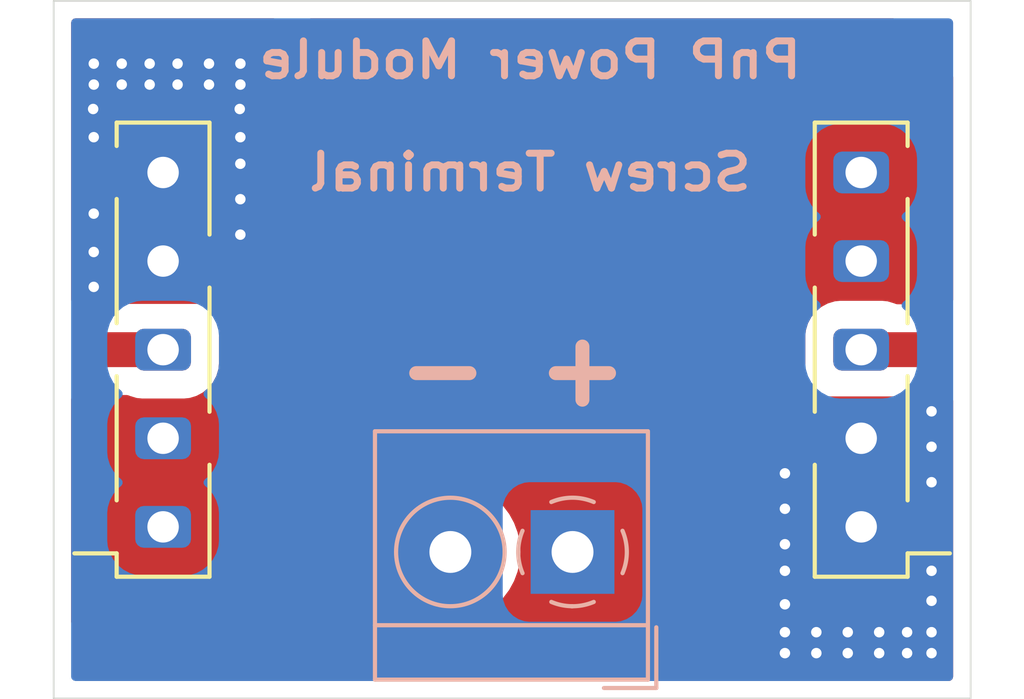
<source format=kicad_pcb>
(kicad_pcb (version 20240108) (generator "pcbnew") (generator_version "8.0")
  (title_block (title "PlugAndPlay Power Module - 3.5mm Terminal Connector") (date "2025-01-23") (rev "1") (company "A.B. Yazamut"))
  (layers (0 "F.Cu" signal) (31 "B.Cu" signal) (34 "B.Paste" user) (35 "F.Paste" user) (36 "B.SilkS" user "B.Silkscreen") (37 "F.SilkS" user "F.Silkscreen") (38 "B.Mask" user) (39 "F.Mask" user) (44 "Edge.Cuts" user))
  (net 0 "")
  (net 1 "GND")
  (net 2 "VDC")
  (footprint "Fiducial:Fiducial_1mm_Mask2mm" (layer "F.Cu") (at 154.31 87.5)
    (property "Reference" "REF**" (hide yes))
    (property "Value" "Fiducial_1mm_Mask2mm" (hide yes))
    (pad "" smd circle (at 0 0) (size 1 1) (layers "F.Cu" "F.Mask") (clearance 0.5))
  )
  (footprint "Library:PinSocket_1x05_P2.54mm_Vertical_SMD_Pin1Right" (layer "F.Cu") (at 132.685 96 180)
    (property "Reference" "J1")
    (property "Value" "Conn_01x05")
    (fp_line (start 1.33 5.84) (end 1.33 6.51) (stroke (width 0.12)) (layer "F.SilkS"))
    (fp_line (start 1.33 0.76) (end 1.33 4.32) (stroke (width 0.12)) (layer "F.SilkS"))
    (fp_line (start 1.33 -4.32) (end 1.33 -0.76) (stroke (width 0.12)) (layer "F.SilkS"))
    (fp_line (start 1.33 -5.84) (end 2.54 -5.84) (stroke (width 0.12)) (layer "F.SilkS"))
    (fp_line (start 1.33 -6.51) (end 1.33 -5.84) (stroke (width 0.12)) (layer "F.SilkS"))
    (fp_line (start -1.33 6.51) (end 1.33 6.51) (stroke (width 0.12)) (layer "F.SilkS"))
    (fp_line (start -1.33 3.3) (end -1.33 6.51) (stroke (width 0.12)) (layer "F.SilkS"))
    (fp_line (start -1.33 -1.78) (end -1.33 1.78) (stroke (width 0.12)) (layer "F.SilkS"))
    (fp_line (start -1.33 -6.51) (end 1.33 -6.51) (stroke (width 0.12)) (layer "F.SilkS"))
    (fp_line (start -1.33 -6.51) (end -1.33 -3.3) (stroke (width 0.12)) (layer "F.SilkS"))
    (pad "1" thru_hole roundrect (at 0 -5.08 180) (size 1.6 1.2) (drill 0.9) (layers "*.Cu" "*.Mask") (roundrect_rratio 0.2083333333) (net 2 "VDC"))
    (pad "1" smd rect (at 1.65 -5.08 180) (size 1.9 1) (layers "F.Cu" "F.Paste" "F.Mask") (net 2 "VDC"))
    (pad "2" smd rect (at -1.65 -2.54 180) (size 1.9 1) (layers "F.Cu" "F.Paste" "F.Mask") (net 2 "VDC"))
    (pad "2" thru_hole roundrect (at 0 -2.54 180) (size 1.6 1.2) (drill 0.9) (layers "*.Cu" "*.Mask") (roundrect_rratio 0.2083333333) (net 2 "VDC"))
    (pad "3" thru_hole roundrect (at 0 0 180) (size 1.6 1.2) (drill 0.9) (layers "*.Cu" "*.Mask") (roundrect_rratio 0.2083333333))
    (pad "3" smd rect (at 1.65 0 180) (size 1.9 1) (layers "F.Cu" "F.Paste" "F.Mask"))
    (pad "4" smd rect (at -1.65 2.54 180) (size 1.9 1) (layers "F.Cu" "F.Paste" "F.Mask") (net 1 "GND"))
    (pad "4" thru_hole roundrect (at 0 2.54 180) (size 1.6 1.2) (drill 0.9) (layers "*.Cu" "*.Mask") (roundrect_rratio 0.2083333333) (net 1 "GND"))
    (pad "5" thru_hole roundrect (at 0 5.08 180) (size 1.6 1.2) (drill 0.9) (layers "*.Cu" "*.Mask") (roundrect_rratio 0.2083333333) (net 1 "GND"))
    (pad "5" smd rect (at 1.65 5.08 180) (size 1.9 1) (layers "F.Cu" "F.Paste" "F.Mask") (net 1 "GND"))
  )
  (footprint "Fiducial:Fiducial_1mm_Mask2mm" (layer "F.Cu") (at 131.05 104.5)
    (property "Reference" "REF**" (hide yes))
    (property "Value" "Fiducial_1mm_Mask2mm" (hide yes))
    (pad "" smd circle (at 0 0) (size 1 1) (layers "F.Cu" "F.Mask") (clearance 0.5))
  )
  (footprint "Library:PinSocket_1x05_P2.54mm_Vertical_SMD_Pin1Left" (layer "F.Cu") (at 152.685 96 180)
    (property "Reference" "J2")
    (property "Value" "Conn_01x05")
    (fp_line (start 1.33 3.3) (end 1.33 6.51) (stroke (width 0.12)) (layer "F.SilkS"))
    (fp_line (start 1.33 -1.78) (end 1.33 1.78) (stroke (width 0.12)) (layer "F.SilkS"))
    (fp_line (start 1.33 -6.51) (end 1.33 -3.3) (stroke (width 0.12)) (layer "F.SilkS"))
    (fp_line (start -1.33 6.51) (end 1.33 6.51) (stroke (width 0.12)) (layer "F.SilkS"))
    (fp_line (start -1.33 5.84) (end -1.33 6.51) (stroke (width 0.12)) (layer "F.SilkS"))
    (fp_line (start -1.33 0.76) (end -1.33 4.32) (stroke (width 0.12)) (layer "F.SilkS"))
    (fp_line (start -1.33 -4.32) (end -1.33 -0.76) (stroke (width 0.12)) (layer "F.SilkS"))
    (fp_line (start -1.33 -6.51) (end 1.33 -6.51) (stroke (width 0.12)) (layer "F.SilkS"))
    (fp_line (start -1.33 -6.51) (end -1.33 -5.84) (stroke (width 0.12)) (layer "F.SilkS"))
    (fp_line (start -2.54 -5.84) (end -1.33 -5.84) (stroke (width 0.12)) (layer "F.SilkS"))
    (pad "1" smd rect (at -1.65 -5.08 180) (size 1.9 1) (layers "F.Cu" "F.Paste" "F.Mask") (net 1 "GND"))
    (pad "1" thru_hole roundrect (at 0 -5.08 180) (size 1.6 1.2) (drill 0.9) (layers "*.Cu" "*.Mask") (roundrect_rratio 0.2083333333) (net 1 "GND"))
    (pad "2" thru_hole roundrect (at 0 -2.54 180) (size 1.6 1.2) (drill 0.9) (layers "*.Cu" "*.Mask") (roundrect_rratio 0.2083333333) (net 1 "GND"))
    (pad "2" smd rect (at 1.65 -2.54 180) (size 1.9 1) (layers "F.Cu" "F.Paste" "F.Mask") (net 1 "GND"))
    (pad "3" smd rect (at -1.65 0 180) (size 1.9 1) (layers "F.Cu" "F.Paste" "F.Mask"))
    (pad "3" thru_hole roundrect (at 0 0 180) (size 1.6 1.2) (drill 0.9) (layers "*.Cu" "*.Mask") (roundrect_rratio 0.2083333333))
    (pad "4" thru_hole roundrect (at 0 2.54 180) (size 1.6 1.2) (drill 0.9) (layers "*.Cu" "*.Mask") (roundrect_rratio 0.2083333333) (net 2 "VDC"))
    (pad "4" smd rect (at 1.65 2.54 180) (size 1.9 1) (layers "F.Cu" "F.Paste" "F.Mask") (net 2 "VDC"))
    (pad "5" smd rect (at -1.65 5.08 180) (size 1.9 1) (layers "F.Cu" "F.Paste" "F.Mask") (net 2 "VDC"))
    (pad "5" thru_hole roundrect (at 0 5.08 180) (size 1.6 1.2) (drill 0.9) (layers "*.Cu" "*.Mask") (roundrect_rratio 0.2083333333) (net 2 "VDC"))
  )
  (footprint "TerminalBlock_4Ucon:TerminalBlock_4Ucon_1x02_P3.50mm_Horizontal" (layer "B.Cu") (at 144.415 101.8 180)
    (property "Reference" "J3" (hide yes))
    (property "Value" "Screw_Terminal" (hide yes))
    (fp_line (start 5.66 3.46) (end -2.16 3.46) (stroke (width 0.12)) (layer "B.SilkS"))
    (fp_line (start 5.66 -2.1) (end -2.16 -2.1) (stroke (width 0.12)) (layer "B.SilkS"))
    (fp_line (start 5.66 -3.66) (end 5.66 3.46) (stroke (width 0.12)) (layer "B.SilkS"))
    (fp_line (start 5.66 -3.66) (end -2.16 -3.66) (stroke (width 0.12)) (layer "B.SilkS"))
    (fp_line (start -0.9 -3.9) (end -2.4 -3.9) (stroke (width 0.12)) (layer "B.SilkS"))
    (fp_line (start -2.16 -3.66) (end -2.16 3.46) (stroke (width 0.12)) (layer "B.SilkS"))
    (fp_line (start -2.4 -3.9) (end -2.4 -2.16) (stroke (width 0.12)) (layer "B.SilkS"))
    (fp_arc (start 1.432 -0.608) (mid 1.555727 -0.00014) (end 1.432109 0.607742) (stroke (width 0.12)) (layer "B.SilkS"))
    (fp_arc (start 0.608 1.432) (mid 0.00014 1.555727) (end -0.607742 1.432109) (stroke (width 0.12)) (layer "B.SilkS"))
    (fp_arc (start 0 -1.555) (mid 0.310017 -1.523783) (end 0.607587 -1.431385) (stroke (width 0.12)) (layer "B.SilkS"))
    (fp_arc (start -0.608 -1.432) (mid -0.296984 -1.527118) (end 0.027011 -1.555493) (stroke (width 0.12)) (layer "B.SilkS"))
    (fp_arc (start -1.432 0.608) (mid -1.555727 0.00014) (end -1.432109 -0.607742) (stroke (width 0.12)) (layer "B.SilkS"))
    (fp_circle (center 3.5 0) (end 5.055 0) (stroke (width 0.12)) (fill none) (layer "B.SilkS"))
    (pad "1" thru_hole rect (at 0 0 180) (size 2.4 2.4) (drill 1.2) (layers "*.Cu" "*.Mask") (net 2 "VDC"))
    (pad "2" thru_hole circle (at 3.5 0 180) (size 2.4 2.4) (drill 1.2) (layers "*.Cu" "*.Mask") (net 1 "GND"))
  )
  (gr_rect (start 129.55 86) (end 155.82 106) (stroke (width 0.05)) (fill none) (layer "Edge.Cuts"))
  (gr_text "PnP Power Module\n\nScrew Terminal" (at 143.2 91.5 0) (layer "B.SilkS") (effects (font (size 1 1.1) (thickness 0.2) (bold yes)) (justify bottom mirror)))
  (gr_text "+ -" (at 146.2 97.7 0) (layer "B.SilkS") (effects (font (size 2 2) (thickness 0.4) (bold yes)) (justify left bottom mirror)))
  (segment (start 134.9 87.8) (end 131.5 87.8) (width 0.6) (layer "F.Cu") (net 1))
  (segment (start 134.881 89.996) (end 134.881 89.1) (width 0.6) (layer "F.Cu") (net 1))
  (segment (start 130.681 89.996) (end 130.681 89.1) (width 0.6) (layer "F.Cu") (net 1))
  (segment (start 152.3 104.7) (end 151.4 104.7) (width 0.6) (layer "F.Cu") (net 1))
  (segment (start 150.5 102.34) (end 150.5 98.833) (width 0.6) (layer "F.Cu") (net 1))
  (segment (start 150.5 103.3) (end 150.5 104.1) (width 0.6) (layer "F.Cu") (net 1))
  (segment (start 151.4 104.1) (end 150.5 104.1) (width 0.6) (layer "F.Cu") (net 1))
  (segment (start 154.7 104.1) (end 154 104.1) (width 0.6) (layer "F.Cu") (net 1))
  (segment (start 130.7 88.4) (end 134.9 88.4) (width 0.6) (layer "F.Cu") (net 1))
  (segment (start 154.7 104.7) (end 154 104.7) (width 0.6) (layer "F.Cu") (net 1))
  (segment (start 130.698 94.2) (end 130.698 89.908) (width 0.6) (layer "F.Cu") (net 1))
  (segment (start 150.5 104.7) (end 150.5 104.1) (width 0.6) (layer "F.Cu") (net 1))
  (segment (start 134.881 89.1) (end 134.881 87.819) (width 0.6) (layer "F.Cu") (net 1))
  (segment (start 154.7 104.1) (end 154.7 104.7) (width 0.6) (layer "F.Cu") (net 1))
  (segment (start 154.7 102.34) (end 154.7 103.2) (width 0.6) (layer "F.Cu") (net 1))
  (segment (start 154 104.7) (end 153.2 104.7) (width 0.6) (layer "F.Cu") (net 1))
  (segment (start 151.4 104.7) (end 150.5 104.7) (width 0.6) (layer "F.Cu") (net 1))
  (segment (start 130.681 89.1) (end 130.681 87.819) (width 0.6) (layer "F.Cu") (net 1))
  (segment (start 153.2 104.1) (end 152.3 104.1) (width 0.6) (layer "F.Cu") (net 1))
  (segment (start 154 104.1) (end 153.2 104.1) (width 0.6) (layer "F.Cu") (net 1))
  (segment (start 154.7 103.2) (end 154.7 104.1) (width 0.6) (layer "F.Cu") (net 1))
  (segment (start 134.898 89.908) (end 134.898 93.415) (width 0.6) (layer "F.Cu") (net 1))
  (segment (start 150.5 103.3) (end 150.5 102.34) (width 0.6) (layer "F.Cu") (net 1))
  (segment (start 134.881 87.819) (end 134.9 87.8) (width 0.6) (layer "F.Cu") (net 1))
  (segment (start 152.3 104.1) (end 151.4 104.1) (width 0.6) (layer "F.Cu") (net 1))
  (segment (start 153.2 104.7) (end 152.3 104.7) (width 0.6) (layer "F.Cu") (net 1))
  (segment (start 130.681 87.819) (end 130.7 87.8) (width 0.6) (layer "F.Cu") (net 1))
  (segment (start 154.7 97.768) (end 154.7 102.34) (width 0.6) (layer "F.Cu") (net 1))
  (segment (start 131.5 87.8) (end 130.7 87.8) (width 0.6) (layer "F.Cu") (net 1))
  (via (at 154.7 99.8) (size 0.5) (drill 0.3) (layers "F.Cu" "B.Cu") (net 1))
  (via (at 150.5 102.34) (size 0.5) (drill 0.3) (layers "F.Cu" "B.Cu") (net 1))
  (via (at 150.5 104.7) (size 0.5) (drill 0.3) (layers "F.Cu" "B.Cu") (net 1))
  (via (at 133.1 87.8) (size 0.5) (drill 0.3) (layers "F.Cu" "B.Cu") (net 1))
  (via (at 150.5 104.1) (size 0.5) (drill 0.3) (layers "F.Cu" "B.Cu") (net 1))
  (via (at 152.3 104.7) (size 0.5) (drill 0.3) (layers "F.Cu" "B.Cu") (net 1))
  (via (at 131.5 88.4) (size 0.5) (drill 0.3) (layers "F.Cu" "B.Cu") (net 1))
  (via (at 153.2 104.1) (size 0.5) (drill 0.3) (layers "F.Cu" "B.Cu") (net 1))
  (via (at 132.3 88.4) (size 0.5) (drill 0.3) (layers "F.Cu" "B.Cu") (net 1))
  (via (at 154.7 102.34) (size 0.5) (drill 0.3) (layers "F.Cu" "B.Cu") (net 1))
  (via (at 134.9 88.4) (size 0.5) (drill 0.3) (layers "F.Cu" "B.Cu") (net 1))
  (via (at 151.4 104.7) (size 0.5) (drill 0.3) (layers "F.Cu" "B.Cu") (net 1))
  (via (at 154.7 103.2) (size 0.5) (drill 0.3) (layers "F.Cu" "B.Cu") (net 1))
  (via (at 134.898 89.908) (size 0.5) (drill 0.3) (layers "F.Cu" "B.Cu") (net 1))
  (via (at 134.898 91.686) (size 0.5) (drill 0.3) (layers "F.Cu" "B.Cu") (net 1))
  (via (at 130.7 88.4) (size 0.5) (drill 0.3) (layers "F.Cu" "B.Cu") (net 1))
  (via (at 150.5 101.578) (size 0.5) (drill 0.3) (layers "F.Cu" "B.Cu") (net 1))
  (via (at 134 88.4) (size 0.5) (drill 0.3) (layers "F.Cu" "B.Cu") (net 1))
  (via (at 130.698 92.1) (size 0.5) (drill 0.3) (layers "F.Cu" "B.Cu") (net 1))
  (via (at 131.5 87.8) (size 0.5) (drill 0.3) (layers "F.Cu" "B.Cu") (net 1))
  (via (at 154 104.7) (size 0.5) (drill 0.3) (layers "F.Cu" "B.Cu") (net 1))
  (via (at 152.3 104.1) (size 0.5) (drill 0.3) (layers "F.Cu" "B.Cu") (net 1))
  (via (at 154.7 97.768) (size 0.5) (drill 0.3) (layers "F.Cu" "B.Cu") (net 1))
  (via (at 153.2 104.7) (size 0.5) (drill 0.3) (layers "F.Cu" "B.Cu") (net 1))
  (via (at 130.681 89.1) (size 0.5) (drill 0.3) (layers "F.Cu" "B.Cu") (net 1))
  (via (at 154.7 104.7) (size 0.5) (drill 0.3) (layers "F.Cu" "B.Cu") (net 1))
  (via (at 154.7 104.1) (size 0.5) (drill 0.3) (layers "F.Cu" "B.Cu") (net 1))
  (via (at 154.7 98.784) (size 0.5) (drill 0.3) (layers "F.Cu" "B.Cu") (net 1))
  (via (at 134.898 92.702) (size 0.5) (drill 0.3) (layers "F.Cu" "B.Cu") (net 1))
  (via (at 151.4 104.1) (size 0.5) (drill 0.3) (layers "F.Cu" "B.Cu") (net 1))
  (via (at 130.698 94.2) (size 0.5) (drill 0.3) (layers "F.Cu" "B.Cu") (net 1))
  (via (at 130.698 93.2) (size 0.5) (drill 0.3) (layers "F.Cu" "B.Cu") (net 1))
  (via (at 154 104.1) (size 0.5) (drill 0.3) (layers "F.Cu" "B.Cu") (net 1))
  (via (at 134.898 90.67) (size 0.5) (drill 0.3) (layers "F.Cu" "B.Cu") (net 1))
  (via (at 150.5 99.546) (size 0.5) (drill 0.3) (layers "F.Cu" "B.Cu") (net 1))
  (via (at 133.1 88.4) (size 0.5) (drill 0.3) (layers "F.Cu" "B.Cu") (net 1))
  (via (at 132.3 87.8) (size 0.5) (drill 0.3) (layers "F.Cu" "B.Cu") (net 1))
  (via (at 150.5 100.562) (size 0.5) (drill 0.3) (layers "F.Cu" "B.Cu") (net 1))
  (via (at 134.9 87.8) (size 0.5) (drill 0.3) (layers "F.Cu" "B.Cu") (net 1))
  (via (at 134 87.8) (size 0.5) (drill 0.3) (layers "F.Cu" "B.Cu") (net 1))
  (via (at 130.7 87.8) (size 0.5) (drill 0.3) (layers "F.Cu" "B.Cu") (net 1))
  (via (at 134.881 89.1) (size 0.5) (drill 0.3) (layers "F.Cu" "B.Cu") (net 1))
  (via (at 130.698 89.908) (size 0.5) (drill 0.3) (layers "F.Cu" "B.Cu") (net 1))
  (via (at 150.5 103.3) (size 0.5) (drill 0.3) (layers "F.Cu" "B.Cu") (net 1))
  (zone (net 1) (net_name "GND") (layer "F.Cu") (name "GND") (priority 4) (connect_pads yes (clearance 0.5)) (min_thickness 0.25) (fill yes (thermal_gap 0.5) (thermal_bridge_width 0.6))
    (polygon (pts (xy 155.516 97.34) (xy 149.316 97.34) (xy 149.316 105.628) (xy 155.516 105.628)))
  )
  (zone (net 1) (net_name "GND") (layer "F.Cu") (name "GND") (priority 4) (connect_pads yes (clearance 0.5)) (min_thickness 0.25) (fill yes (thermal_gap 0.5) (thermal_bridge_width 0.6))
    (polygon (pts (xy 129.982 94.688) (xy 135.982 94.688) (xy 135.982 86.4) (xy 129.982 86.4)))
  )
  (zone (net 2) (net_name "VDC") (layer "F.Cu") (connect_pads yes (clearance 0.8)) (min_thickness 0.25) (fill yes (thermal_gap 0.5) (thermal_bridge_width 0.5))
    (polygon (pts (xy 129.6 86) (xy 155.8 86) (xy 155.8 106) (xy 129.6 106)))
  )
  (zone (net 1) (net_name "GND") (layer "B.Cu") (priority 1) (connect_pads yes (clearance 0.8)) (min_thickness 0.25) (fill yes (thermal_gap 0.5) (thermal_bridge_width 0.5))
    (polygon (pts (xy 129.6 86.1) (xy 155.7 86.1) (xy 155.7 105.9) (xy 129.6 105.9)))
  )
)
</source>
